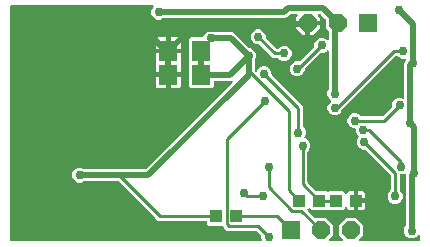
<source format=gbr>
G04 EAGLE Gerber RS-274X export*
G75*
%MOMM*%
%FSLAX34Y34*%
%LPD*%
%INBottom Copper*%
%IPPOS*%
%AMOC8*
5,1,8,0,0,1.08239X$1,22.5*%
G01*
%ADD10R,1.524000X1.524000*%
%ADD11P,1.649562X8X22.500000*%
%ADD12R,1.000000X1.100000*%
%ADD13P,1.649562X8X202.500000*%
%ADD14R,1.600000X1.800000*%
%ADD15C,0.756400*%
%ADD16C,0.254000*%
%ADD17C,0.508000*%

G36*
X222368Y10177D02*
X222368Y10177D01*
X222487Y10189D01*
X222508Y10197D01*
X222530Y10201D01*
X222638Y10249D01*
X222749Y10293D01*
X222767Y10307D01*
X222787Y10317D01*
X222877Y10394D01*
X222971Y10467D01*
X222984Y10485D01*
X223002Y10500D01*
X223067Y10600D01*
X223136Y10696D01*
X223144Y10717D01*
X223156Y10736D01*
X223191Y10849D01*
X223230Y10961D01*
X223232Y10984D01*
X223238Y11006D01*
X223240Y11124D01*
X223247Y11243D01*
X223242Y11264D01*
X223242Y11288D01*
X223192Y11467D01*
X223174Y11542D01*
X222677Y12742D01*
X222677Y14520D01*
X222664Y14615D01*
X222659Y14711D01*
X222644Y14754D01*
X222637Y14799D01*
X222598Y14886D01*
X222566Y14977D01*
X222541Y15012D01*
X222521Y15056D01*
X222438Y15153D01*
X222385Y15226D01*
X219008Y18603D01*
X218931Y18660D01*
X218860Y18725D01*
X218819Y18745D01*
X218783Y18772D01*
X218693Y18806D01*
X218606Y18848D01*
X218564Y18854D01*
X218519Y18871D01*
X218391Y18881D01*
X218302Y18895D01*
X193764Y18895D01*
X191239Y21420D01*
X189993Y22667D01*
X189916Y22724D01*
X189845Y22789D01*
X189804Y22809D01*
X189767Y22836D01*
X189677Y22870D01*
X189591Y22912D01*
X189549Y22918D01*
X189503Y22935D01*
X189376Y22945D01*
X189286Y22959D01*
X178448Y22959D01*
X176959Y24448D01*
X176959Y26190D01*
X176951Y26250D01*
X176951Y26277D01*
X176951Y26279D01*
X176951Y26318D01*
X176930Y26393D01*
X176919Y26469D01*
X176893Y26528D01*
X176876Y26590D01*
X176835Y26656D01*
X176803Y26726D01*
X176761Y26775D01*
X176728Y26830D01*
X176670Y26882D01*
X176620Y26940D01*
X176566Y26976D01*
X176518Y27019D01*
X176449Y27052D01*
X176384Y27095D01*
X176322Y27114D01*
X176265Y27142D01*
X176195Y27153D01*
X176114Y27177D01*
X176029Y27178D01*
X175960Y27189D01*
X135422Y27189D01*
X132897Y29714D01*
X101984Y60627D01*
X101907Y60684D01*
X101836Y60749D01*
X101795Y60769D01*
X101759Y60796D01*
X101669Y60830D01*
X101582Y60872D01*
X101540Y60878D01*
X101495Y60895D01*
X101367Y60905D01*
X101278Y60919D01*
X73275Y60919D01*
X73180Y60906D01*
X73084Y60901D01*
X73041Y60886D01*
X72996Y60879D01*
X72908Y60840D01*
X72817Y60808D01*
X72783Y60783D01*
X72739Y60763D01*
X72641Y60680D01*
X72593Y60645D01*
X70258Y59677D01*
X67742Y59677D01*
X65418Y60640D01*
X63640Y62418D01*
X62677Y64742D01*
X62677Y67258D01*
X63640Y69582D01*
X65418Y71360D01*
X67742Y72323D01*
X70258Y72323D01*
X72591Y71356D01*
X72645Y71316D01*
X72716Y71251D01*
X72757Y71231D01*
X72794Y71204D01*
X72884Y71170D01*
X72970Y71128D01*
X73012Y71122D01*
X73058Y71105D01*
X73185Y71095D01*
X73275Y71081D01*
X124482Y71081D01*
X124577Y71094D01*
X124673Y71099D01*
X124716Y71114D01*
X124761Y71121D01*
X124848Y71160D01*
X124939Y71192D01*
X124974Y71217D01*
X125018Y71237D01*
X125115Y71320D01*
X125188Y71373D01*
X198108Y144293D01*
X198160Y144362D01*
X198219Y144426D01*
X198244Y144475D01*
X198277Y144518D01*
X198308Y144600D01*
X198347Y144677D01*
X198357Y144731D01*
X198376Y144782D01*
X198383Y144869D01*
X198399Y144954D01*
X198394Y145009D01*
X198398Y145063D01*
X198380Y145148D01*
X198372Y145235D01*
X198352Y145286D01*
X198341Y145340D01*
X198300Y145416D01*
X198268Y145497D01*
X198234Y145540D01*
X198208Y145589D01*
X198148Y145651D01*
X198094Y145719D01*
X198050Y145751D01*
X198011Y145791D01*
X197936Y145833D01*
X197865Y145884D01*
X197814Y145903D01*
X197766Y145930D01*
X197681Y145950D01*
X197600Y145979D01*
X197545Y145982D01*
X197492Y145995D01*
X197405Y145990D01*
X197318Y145995D01*
X197269Y145983D01*
X197210Y145980D01*
X197102Y145943D01*
X197019Y145923D01*
X197011Y145919D01*
X183540Y145919D01*
X183476Y145910D01*
X183412Y145911D01*
X183337Y145890D01*
X183261Y145879D01*
X183202Y145853D01*
X183140Y145836D01*
X183074Y145795D01*
X183004Y145763D01*
X182955Y145721D01*
X182900Y145688D01*
X182848Y145630D01*
X182790Y145580D01*
X182754Y145526D01*
X182711Y145478D01*
X182678Y145409D01*
X182635Y145344D01*
X182616Y145282D01*
X182588Y145225D01*
X182577Y145155D01*
X182553Y145074D01*
X182552Y144989D01*
X182541Y144920D01*
X182541Y140948D01*
X181052Y139459D01*
X162948Y139459D01*
X161459Y140948D01*
X161459Y181052D01*
X162948Y182541D01*
X172736Y182541D01*
X172800Y182550D01*
X172864Y182549D01*
X172939Y182570D01*
X173015Y182581D01*
X173074Y182607D01*
X173136Y182624D01*
X173202Y182665D01*
X173272Y182697D01*
X173321Y182739D01*
X173376Y182772D01*
X173428Y182830D01*
X173487Y182880D01*
X173522Y182934D01*
X173565Y182982D01*
X173599Y183051D01*
X173641Y183116D01*
X173660Y183178D01*
X173688Y183235D01*
X173699Y183305D01*
X173720Y183374D01*
X174698Y185736D01*
X176476Y187514D01*
X178800Y188477D01*
X181316Y188477D01*
X183650Y187510D01*
X183703Y187470D01*
X183775Y187405D01*
X183816Y187385D01*
X183852Y187358D01*
X183942Y187324D01*
X184028Y187282D01*
X184070Y187276D01*
X184116Y187259D01*
X184243Y187249D01*
X184333Y187235D01*
X197857Y187235D01*
X199724Y186461D01*
X212570Y173615D01*
X212647Y173558D01*
X212718Y173493D01*
X212759Y173473D01*
X212795Y173446D01*
X212885Y173412D01*
X212972Y173370D01*
X213014Y173364D01*
X213059Y173347D01*
X213187Y173337D01*
X213246Y173327D01*
X215582Y172360D01*
X217360Y170582D01*
X218323Y168258D01*
X218323Y165742D01*
X217356Y163409D01*
X217316Y163355D01*
X217251Y163284D01*
X217231Y163243D01*
X217204Y163206D01*
X217170Y163116D01*
X217128Y163030D01*
X217122Y162988D01*
X217105Y162942D01*
X217095Y162815D01*
X217081Y162725D01*
X217081Y154722D01*
X217094Y154627D01*
X217099Y154531D01*
X217114Y154488D01*
X217121Y154443D01*
X217160Y154356D01*
X217192Y154265D01*
X217217Y154230D01*
X217237Y154186D01*
X217320Y154089D01*
X217374Y154016D01*
X217460Y153929D01*
X217555Y153858D01*
X217646Y153783D01*
X217667Y153774D01*
X217686Y153760D01*
X217796Y153718D01*
X217905Y153671D01*
X217928Y153668D01*
X217950Y153660D01*
X218068Y153651D01*
X218185Y153637D01*
X218208Y153640D01*
X218231Y153639D01*
X218347Y153663D01*
X218464Y153682D01*
X218484Y153692D01*
X218507Y153696D01*
X218611Y153752D01*
X218718Y153803D01*
X218736Y153818D01*
X218756Y153829D01*
X218841Y153911D01*
X218929Y153990D01*
X218941Y154009D01*
X218958Y154026D01*
X219050Y154188D01*
X219090Y154253D01*
X219640Y155582D01*
X221418Y157360D01*
X223742Y158323D01*
X226258Y158323D01*
X228582Y157360D01*
X230360Y155582D01*
X231323Y153258D01*
X231323Y151480D01*
X231336Y151385D01*
X231341Y151289D01*
X231356Y151246D01*
X231363Y151201D01*
X231402Y151114D01*
X231434Y151023D01*
X231459Y150988D01*
X231479Y150944D01*
X231562Y150847D01*
X231615Y150774D01*
X257811Y124578D01*
X257811Y107545D01*
X257824Y107450D01*
X257829Y107354D01*
X257844Y107311D01*
X257851Y107266D01*
X257890Y107178D01*
X257922Y107087D01*
X257947Y107053D01*
X257967Y107009D01*
X258050Y106911D01*
X258103Y106838D01*
X259360Y105582D01*
X260323Y103258D01*
X260323Y100742D01*
X259340Y98370D01*
X259324Y98308D01*
X259299Y98249D01*
X259289Y98172D01*
X259270Y98097D01*
X259272Y98033D01*
X259264Y97969D01*
X259277Y97893D01*
X259279Y97815D01*
X259299Y97754D01*
X259309Y97691D01*
X259343Y97621D01*
X259367Y97547D01*
X259403Y97494D01*
X259430Y97436D01*
X259482Y97378D01*
X259525Y97314D01*
X259575Y97273D01*
X259618Y97225D01*
X259678Y97189D01*
X259743Y97135D01*
X259821Y97101D01*
X259881Y97065D01*
X261582Y96360D01*
X263360Y94582D01*
X264323Y92258D01*
X264323Y89742D01*
X263360Y87418D01*
X262103Y86162D01*
X262046Y86085D01*
X261981Y86014D01*
X261961Y85973D01*
X261934Y85936D01*
X261900Y85846D01*
X261858Y85760D01*
X261852Y85718D01*
X261835Y85672D01*
X261825Y85545D01*
X261811Y85455D01*
X261811Y60192D01*
X261824Y60097D01*
X261829Y60001D01*
X261844Y59958D01*
X261851Y59913D01*
X261890Y59826D01*
X261922Y59735D01*
X261947Y59700D01*
X261967Y59656D01*
X262050Y59559D01*
X262103Y59486D01*
X268956Y52633D01*
X269033Y52576D01*
X269104Y52511D01*
X269145Y52491D01*
X269181Y52464D01*
X269271Y52430D01*
X269358Y52388D01*
X269400Y52382D01*
X269445Y52365D01*
X269573Y52355D01*
X269662Y52341D01*
X277952Y52341D01*
X278243Y52050D01*
X278295Y52011D01*
X278340Y51965D01*
X278407Y51927D01*
X278469Y51880D01*
X278529Y51858D01*
X278585Y51826D01*
X278660Y51808D01*
X278733Y51781D01*
X278797Y51776D01*
X278859Y51761D01*
X278937Y51765D01*
X279014Y51759D01*
X279077Y51772D01*
X279141Y51775D01*
X279214Y51801D01*
X279290Y51817D01*
X279347Y51847D01*
X279408Y51868D01*
X279464Y51909D01*
X279539Y51949D01*
X279600Y52008D01*
X279657Y52050D01*
X279948Y52341D01*
X292052Y52341D01*
X293541Y50852D01*
X293541Y50564D01*
X293542Y50554D01*
X293541Y50543D01*
X293562Y50414D01*
X293581Y50285D01*
X293585Y50275D01*
X293587Y50265D01*
X293643Y50147D01*
X293697Y50028D01*
X293704Y50020D01*
X293708Y50010D01*
X293795Y49913D01*
X293880Y49814D01*
X293889Y49808D01*
X293896Y49800D01*
X294007Y49731D01*
X294116Y49659D01*
X294126Y49656D01*
X294136Y49651D01*
X294261Y49615D01*
X294386Y49577D01*
X294397Y49577D01*
X294407Y49574D01*
X294538Y49575D01*
X294668Y49573D01*
X294678Y49576D01*
X294689Y49576D01*
X294814Y49614D01*
X294940Y49649D01*
X294949Y49654D01*
X294959Y49657D01*
X295069Y49728D01*
X295180Y49797D01*
X295187Y49805D01*
X295196Y49811D01*
X295282Y49910D01*
X295369Y50006D01*
X295373Y50016D01*
X295380Y50024D01*
X295413Y50098D01*
X295492Y50260D01*
X295495Y50284D01*
X295505Y50306D01*
X295632Y50781D01*
X295967Y51360D01*
X296440Y51833D01*
X297019Y52168D01*
X297665Y52341D01*
X301001Y52341D01*
X301001Y45300D01*
X301010Y45236D01*
X301009Y45172D01*
X301030Y45098D01*
X301041Y45021D01*
X301067Y44962D01*
X301084Y44900D01*
X301125Y44834D01*
X301157Y44764D01*
X301199Y44715D01*
X301232Y44660D01*
X301290Y44609D01*
X301340Y44550D01*
X301394Y44514D01*
X301442Y44471D01*
X301511Y44438D01*
X301576Y44395D01*
X301638Y44376D01*
X301695Y44348D01*
X301765Y44338D01*
X301846Y44313D01*
X301931Y44312D01*
X302000Y44301D01*
X303001Y44301D01*
X303001Y44299D01*
X302000Y44299D01*
X301936Y44290D01*
X301872Y44291D01*
X301797Y44270D01*
X301721Y44259D01*
X301662Y44233D01*
X301600Y44216D01*
X301534Y44175D01*
X301464Y44143D01*
X301415Y44101D01*
X301360Y44068D01*
X301308Y44010D01*
X301250Y43960D01*
X301214Y43906D01*
X301171Y43858D01*
X301138Y43789D01*
X301095Y43724D01*
X301076Y43662D01*
X301048Y43604D01*
X301038Y43535D01*
X301013Y43454D01*
X301012Y43369D01*
X301001Y43300D01*
X301001Y36259D01*
X297665Y36259D01*
X297019Y36432D01*
X296440Y36767D01*
X295967Y37240D01*
X295632Y37819D01*
X295505Y38294D01*
X295501Y38304D01*
X295499Y38315D01*
X295446Y38434D01*
X295394Y38554D01*
X295388Y38562D01*
X295383Y38572D01*
X295298Y38671D01*
X295216Y38772D01*
X295207Y38778D01*
X295200Y38786D01*
X295091Y38857D01*
X294983Y38931D01*
X294973Y38935D01*
X294964Y38941D01*
X294839Y38979D01*
X294715Y39019D01*
X294704Y39020D01*
X294694Y39023D01*
X294563Y39025D01*
X294433Y39029D01*
X294423Y39026D01*
X294412Y39027D01*
X294286Y38992D01*
X294160Y38960D01*
X294151Y38954D01*
X294140Y38951D01*
X294029Y38883D01*
X293917Y38817D01*
X293910Y38809D01*
X293900Y38803D01*
X293813Y38706D01*
X293723Y38612D01*
X293719Y38602D01*
X293711Y38594D01*
X293655Y38477D01*
X293595Y38361D01*
X293593Y38350D01*
X293588Y38340D01*
X293576Y38261D01*
X293542Y38084D01*
X293544Y38060D01*
X293541Y38036D01*
X293541Y37748D01*
X292052Y36259D01*
X279948Y36259D01*
X279657Y36550D01*
X279605Y36589D01*
X279560Y36635D01*
X279493Y36673D01*
X279431Y36720D01*
X279371Y36742D01*
X279315Y36774D01*
X279240Y36792D01*
X279167Y36819D01*
X279103Y36824D01*
X279040Y36839D01*
X278963Y36835D01*
X278886Y36841D01*
X278823Y36828D01*
X278759Y36824D01*
X278686Y36799D01*
X278610Y36783D01*
X278553Y36753D01*
X278492Y36732D01*
X278436Y36691D01*
X278361Y36651D01*
X278300Y36592D01*
X278243Y36550D01*
X277952Y36259D01*
X265848Y36259D01*
X264107Y38000D01*
X264055Y38039D01*
X264010Y38085D01*
X263943Y38123D01*
X263881Y38170D01*
X263821Y38192D01*
X263765Y38224D01*
X263690Y38242D01*
X263617Y38269D01*
X263553Y38274D01*
X263491Y38289D01*
X263413Y38285D01*
X263336Y38291D01*
X263273Y38278D01*
X263209Y38275D01*
X263136Y38249D01*
X263060Y38233D01*
X263003Y38203D01*
X262942Y38182D01*
X262886Y38141D01*
X262811Y38101D01*
X262750Y38042D01*
X262693Y38000D01*
X261998Y37305D01*
X261959Y37253D01*
X261913Y37208D01*
X261875Y37141D01*
X261828Y37079D01*
X261806Y37019D01*
X261774Y36963D01*
X261756Y36888D01*
X261729Y36815D01*
X261724Y36751D01*
X261709Y36689D01*
X261713Y36611D01*
X261707Y36534D01*
X261720Y36471D01*
X261723Y36407D01*
X261749Y36334D01*
X261765Y36258D01*
X261795Y36201D01*
X261816Y36140D01*
X261857Y36084D01*
X261897Y36009D01*
X261956Y35948D01*
X261998Y35891D01*
X268036Y29853D01*
X268113Y29796D01*
X268184Y29731D01*
X268225Y29711D01*
X268261Y29684D01*
X268351Y29650D01*
X268438Y29608D01*
X268480Y29602D01*
X268525Y29585D01*
X268653Y29575D01*
X268742Y29561D01*
X277309Y29561D01*
X283261Y23609D01*
X283261Y15191D01*
X279936Y11867D01*
X279917Y11841D01*
X279892Y11820D01*
X279832Y11728D01*
X279767Y11641D01*
X279755Y11611D01*
X279738Y11584D01*
X279706Y11479D01*
X279667Y11377D01*
X279665Y11345D01*
X279655Y11314D01*
X279654Y11205D01*
X279645Y11096D01*
X279652Y11064D01*
X279652Y11032D01*
X279681Y10927D01*
X279703Y10820D01*
X279718Y10791D01*
X279727Y10760D01*
X279784Y10667D01*
X279835Y10571D01*
X279858Y10548D01*
X279875Y10520D01*
X279956Y10447D01*
X280032Y10369D01*
X280060Y10353D01*
X280084Y10331D01*
X280182Y10284D01*
X280278Y10230D01*
X280309Y10222D01*
X280338Y10208D01*
X280427Y10194D01*
X280552Y10165D01*
X280601Y10167D01*
X280643Y10161D01*
X290957Y10161D01*
X290989Y10165D01*
X291022Y10163D01*
X291128Y10185D01*
X291237Y10201D01*
X291266Y10214D01*
X291298Y10220D01*
X291394Y10272D01*
X291494Y10317D01*
X291518Y10338D01*
X291547Y10353D01*
X291625Y10429D01*
X291708Y10500D01*
X291726Y10527D01*
X291749Y10550D01*
X291802Y10645D01*
X291862Y10736D01*
X291872Y10767D01*
X291888Y10795D01*
X291913Y10901D01*
X291945Y11006D01*
X291945Y11038D01*
X291953Y11069D01*
X291947Y11179D01*
X291948Y11288D01*
X291940Y11319D01*
X291938Y11351D01*
X291902Y11454D01*
X291873Y11560D01*
X291856Y11587D01*
X291846Y11618D01*
X291792Y11691D01*
X291725Y11800D01*
X291689Y11832D01*
X291664Y11867D01*
X288339Y15191D01*
X288339Y23609D01*
X294291Y29561D01*
X302709Y29561D01*
X308661Y23609D01*
X308661Y15191D01*
X305336Y11867D01*
X305317Y11841D01*
X305292Y11820D01*
X305232Y11728D01*
X305167Y11641D01*
X305155Y11611D01*
X305138Y11584D01*
X305106Y11479D01*
X305067Y11377D01*
X305065Y11345D01*
X305055Y11314D01*
X305054Y11205D01*
X305045Y11096D01*
X305052Y11064D01*
X305052Y11032D01*
X305081Y10927D01*
X305103Y10820D01*
X305118Y10791D01*
X305127Y10760D01*
X305184Y10667D01*
X305235Y10571D01*
X305258Y10548D01*
X305275Y10520D01*
X305356Y10447D01*
X305432Y10369D01*
X305460Y10353D01*
X305484Y10331D01*
X305582Y10284D01*
X305678Y10230D01*
X305709Y10222D01*
X305738Y10208D01*
X305827Y10194D01*
X305952Y10165D01*
X306001Y10167D01*
X306043Y10161D01*
X356040Y10161D01*
X356104Y10170D01*
X356168Y10169D01*
X356243Y10190D01*
X356319Y10201D01*
X356378Y10227D01*
X356440Y10244D01*
X356506Y10285D01*
X356576Y10317D01*
X356625Y10359D01*
X356680Y10392D01*
X356732Y10450D01*
X356790Y10500D01*
X356826Y10554D01*
X356869Y10602D01*
X356902Y10671D01*
X356945Y10736D01*
X356964Y10798D01*
X356992Y10855D01*
X357003Y10925D01*
X357027Y11006D01*
X357028Y11091D01*
X357039Y11160D01*
X357039Y14685D01*
X357035Y14717D01*
X357037Y14749D01*
X357015Y14856D01*
X356999Y14964D01*
X356986Y14994D01*
X356980Y15025D01*
X356928Y15122D01*
X356883Y15221D01*
X356862Y15246D01*
X356847Y15274D01*
X356771Y15353D01*
X356700Y15436D01*
X356673Y15453D01*
X356650Y15476D01*
X356555Y15530D01*
X356464Y15590D01*
X356433Y15600D01*
X356405Y15615D01*
X356299Y15641D01*
X356194Y15672D01*
X356162Y15673D01*
X356131Y15680D01*
X356021Y15675D01*
X355912Y15676D01*
X355881Y15668D01*
X355849Y15666D01*
X355746Y15630D01*
X355640Y15601D01*
X355613Y15584D01*
X355582Y15574D01*
X355509Y15520D01*
X355400Y15453D01*
X355368Y15417D01*
X355333Y15392D01*
X353582Y13640D01*
X351258Y12677D01*
X348742Y12677D01*
X346418Y13640D01*
X344640Y15418D01*
X343677Y17742D01*
X343677Y20258D01*
X344644Y22591D01*
X344684Y22645D01*
X344749Y22716D01*
X344769Y22757D01*
X344796Y22794D01*
X344830Y22884D01*
X344872Y22970D01*
X344878Y23012D01*
X344895Y23058D01*
X344905Y23185D01*
X344919Y23275D01*
X344919Y66284D01*
X344903Y66402D01*
X344891Y66520D01*
X344883Y66541D01*
X344879Y66563D01*
X344831Y66671D01*
X344787Y66782D01*
X344773Y66800D01*
X344763Y66820D01*
X344686Y66910D01*
X344613Y67004D01*
X344595Y67017D01*
X344580Y67035D01*
X344480Y67100D01*
X344384Y67169D01*
X344363Y67177D01*
X344344Y67189D01*
X344230Y67224D01*
X344119Y67264D01*
X344096Y67265D01*
X344074Y67272D01*
X343956Y67273D01*
X343837Y67280D01*
X343816Y67275D01*
X343792Y67275D01*
X343613Y67226D01*
X343538Y67207D01*
X342258Y66677D01*
X340810Y66677D01*
X340746Y66668D01*
X340682Y66669D01*
X340607Y66648D01*
X340531Y66637D01*
X340472Y66611D01*
X340410Y66594D01*
X340344Y66553D01*
X340274Y66521D01*
X340225Y66479D01*
X340170Y66446D01*
X340118Y66388D01*
X340060Y66338D01*
X340024Y66284D01*
X339981Y66236D01*
X339948Y66167D01*
X339905Y66102D01*
X339886Y66040D01*
X339858Y65983D01*
X339847Y65913D01*
X339823Y65832D01*
X339822Y65747D01*
X339811Y65678D01*
X339811Y53545D01*
X339824Y53450D01*
X339829Y53354D01*
X339844Y53311D01*
X339851Y53266D01*
X339890Y53178D01*
X339922Y53087D01*
X339947Y53053D01*
X339967Y53009D01*
X340050Y52911D01*
X340103Y52838D01*
X341360Y51582D01*
X342323Y49258D01*
X342323Y46742D01*
X341360Y44418D01*
X339582Y42640D01*
X337258Y41677D01*
X334742Y41677D01*
X332418Y42640D01*
X330640Y44418D01*
X329677Y46742D01*
X329677Y49258D01*
X330640Y51582D01*
X331897Y52838D01*
X331954Y52915D01*
X332019Y52986D01*
X332039Y53027D01*
X332066Y53064D01*
X332100Y53154D01*
X332142Y53240D01*
X332148Y53282D01*
X332165Y53328D01*
X332175Y53455D01*
X332189Y53545D01*
X332189Y66008D01*
X332176Y66103D01*
X332171Y66199D01*
X332156Y66242D01*
X332149Y66287D01*
X332110Y66374D01*
X332078Y66465D01*
X332053Y66500D01*
X332033Y66544D01*
X331950Y66641D01*
X331897Y66714D01*
X311226Y87385D01*
X311149Y87442D01*
X311078Y87507D01*
X311037Y87527D01*
X311001Y87554D01*
X310911Y87588D01*
X310824Y87630D01*
X310782Y87636D01*
X310737Y87653D01*
X310609Y87663D01*
X310520Y87677D01*
X308742Y87677D01*
X306418Y88640D01*
X304640Y90418D01*
X303677Y92742D01*
X303677Y95258D01*
X304640Y97582D01*
X304852Y97793D01*
X304890Y97845D01*
X304936Y97890D01*
X304975Y97957D01*
X305021Y98019D01*
X305044Y98079D01*
X305075Y98135D01*
X305093Y98210D01*
X305121Y98283D01*
X305126Y98347D01*
X305140Y98410D01*
X305136Y98487D01*
X305142Y98564D01*
X305129Y98627D01*
X305126Y98691D01*
X305101Y98764D01*
X305085Y98840D01*
X305055Y98897D01*
X305033Y98958D01*
X304992Y99014D01*
X304952Y99089D01*
X304893Y99150D01*
X304852Y99207D01*
X303640Y100418D01*
X302677Y102742D01*
X302677Y104678D01*
X302668Y104742D01*
X302669Y104806D01*
X302648Y104881D01*
X302637Y104957D01*
X302611Y105016D01*
X302594Y105078D01*
X302553Y105144D01*
X302521Y105214D01*
X302479Y105263D01*
X302446Y105318D01*
X302388Y105370D01*
X302338Y105428D01*
X302284Y105464D01*
X302236Y105507D01*
X302167Y105540D01*
X302102Y105583D01*
X302040Y105602D01*
X301983Y105630D01*
X301913Y105641D01*
X301832Y105665D01*
X301747Y105666D01*
X301678Y105677D01*
X300742Y105677D01*
X298418Y106640D01*
X296640Y108418D01*
X295677Y110742D01*
X295677Y113258D01*
X296640Y115582D01*
X298418Y117360D01*
X300742Y118323D01*
X303258Y118323D01*
X305582Y117360D01*
X306838Y116103D01*
X306915Y116046D01*
X306986Y115981D01*
X307027Y115961D01*
X307064Y115934D01*
X307154Y115900D01*
X307240Y115858D01*
X307282Y115852D01*
X307328Y115835D01*
X307455Y115825D01*
X307545Y115811D01*
X325008Y115811D01*
X325103Y115824D01*
X325199Y115829D01*
X325242Y115844D01*
X325287Y115851D01*
X325374Y115890D01*
X325465Y115922D01*
X325500Y115947D01*
X325544Y115967D01*
X325641Y116050D01*
X325714Y116103D01*
X333385Y123774D01*
X333442Y123851D01*
X333507Y123922D01*
X333527Y123963D01*
X333554Y123999D01*
X333588Y124089D01*
X333630Y124176D01*
X333636Y124218D01*
X333653Y124263D01*
X333663Y124391D01*
X333677Y124480D01*
X333677Y126258D01*
X334640Y128582D01*
X336418Y130360D01*
X338742Y131323D01*
X341258Y131323D01*
X342538Y130793D01*
X342652Y130763D01*
X342766Y130728D01*
X342789Y130728D01*
X342811Y130722D01*
X342929Y130726D01*
X343048Y130725D01*
X343070Y130731D01*
X343093Y130732D01*
X343205Y130768D01*
X343320Y130800D01*
X343339Y130812D01*
X343361Y130819D01*
X343459Y130886D01*
X343560Y130948D01*
X343575Y130965D01*
X343594Y130978D01*
X343669Y131069D01*
X343749Y131157D01*
X343759Y131178D01*
X343773Y131196D01*
X343820Y131305D01*
X343872Y131411D01*
X343875Y131432D01*
X343885Y131455D01*
X343907Y131639D01*
X343919Y131716D01*
X343919Y160011D01*
X344601Y161657D01*
X344612Y161697D01*
X344630Y161735D01*
X344643Y161819D01*
X344665Y161893D01*
X344665Y161908D01*
X344671Y161930D01*
X344669Y161989D01*
X344677Y162039D01*
X344677Y162258D01*
X345107Y163296D01*
X345137Y163410D01*
X345171Y163524D01*
X345172Y163547D01*
X345177Y163569D01*
X345173Y163687D01*
X345175Y163806D01*
X345169Y163828D01*
X345168Y163851D01*
X345132Y163963D01*
X345100Y164078D01*
X345088Y164097D01*
X345081Y164119D01*
X345014Y164217D01*
X344952Y164318D01*
X344935Y164333D01*
X344922Y164352D01*
X344830Y164427D01*
X344742Y164507D01*
X344722Y164517D01*
X344704Y164531D01*
X344595Y164578D01*
X344489Y164630D01*
X344467Y164633D01*
X344445Y164643D01*
X344260Y164665D01*
X344184Y164677D01*
X341742Y164677D01*
X339418Y165640D01*
X338162Y166897D01*
X338085Y166954D01*
X338014Y167019D01*
X337973Y167039D01*
X337936Y167066D01*
X337846Y167100D01*
X337760Y167142D01*
X337718Y167148D01*
X337672Y167165D01*
X337545Y167175D01*
X337455Y167189D01*
X336992Y167189D01*
X336897Y167176D01*
X336801Y167171D01*
X336758Y167156D01*
X336713Y167149D01*
X336626Y167110D01*
X336535Y167078D01*
X336500Y167053D01*
X336456Y167033D01*
X336359Y166950D01*
X336286Y166897D01*
X291599Y122209D01*
X291574Y122176D01*
X291542Y122148D01*
X291498Y122075D01*
X291429Y121984D01*
X291408Y121929D01*
X291382Y121885D01*
X290360Y119418D01*
X288582Y117640D01*
X286258Y116677D01*
X283742Y116677D01*
X281418Y117640D01*
X279640Y119418D01*
X278677Y121742D01*
X278677Y124258D01*
X279640Y126582D01*
X281352Y128293D01*
X281390Y128345D01*
X281436Y128390D01*
X281475Y128457D01*
X281521Y128519D01*
X281544Y128579D01*
X281575Y128635D01*
X281593Y128710D01*
X281621Y128783D01*
X281626Y128847D01*
X281640Y128910D01*
X281636Y128987D01*
X281642Y129064D01*
X281629Y129127D01*
X281626Y129191D01*
X281601Y129264D01*
X281585Y129340D01*
X281555Y129397D01*
X281533Y129458D01*
X281492Y129514D01*
X281452Y129589D01*
X281393Y129650D01*
X281352Y129707D01*
X279640Y131418D01*
X278677Y133742D01*
X278677Y136258D01*
X279644Y138591D01*
X279684Y138645D01*
X279749Y138716D01*
X279769Y138757D01*
X279796Y138794D01*
X279830Y138884D01*
X279872Y138970D01*
X279878Y139012D01*
X279895Y139058D01*
X279905Y139185D01*
X279919Y139275D01*
X279919Y170565D01*
X279915Y170597D01*
X279917Y170629D01*
X279895Y170736D01*
X279879Y170844D01*
X279866Y170874D01*
X279860Y170905D01*
X279808Y171002D01*
X279763Y171101D01*
X279742Y171126D01*
X279727Y171154D01*
X279651Y171233D01*
X279580Y171316D01*
X279553Y171333D01*
X279530Y171356D01*
X279435Y171410D01*
X279344Y171470D01*
X279313Y171480D01*
X279285Y171495D01*
X279179Y171521D01*
X279074Y171552D01*
X279042Y171553D01*
X279011Y171560D01*
X278901Y171555D01*
X278792Y171556D01*
X278761Y171548D01*
X278729Y171546D01*
X278626Y171510D01*
X278520Y171481D01*
X278493Y171464D01*
X278462Y171454D01*
X278389Y171400D01*
X278280Y171333D01*
X278248Y171297D01*
X278213Y171272D01*
X277582Y170640D01*
X275258Y169677D01*
X273480Y169677D01*
X273385Y169664D01*
X273289Y169659D01*
X273246Y169644D01*
X273201Y169637D01*
X273114Y169598D01*
X273023Y169566D01*
X272988Y169541D01*
X272944Y169521D01*
X272847Y169438D01*
X272774Y169385D01*
X259615Y156226D01*
X259558Y156149D01*
X259493Y156078D01*
X259473Y156037D01*
X259446Y156001D01*
X259412Y155911D01*
X259370Y155824D01*
X259364Y155782D01*
X259347Y155737D01*
X259337Y155609D01*
X259323Y155520D01*
X259323Y154742D01*
X258360Y152418D01*
X256582Y150640D01*
X254258Y149677D01*
X251742Y149677D01*
X249418Y150640D01*
X247640Y152418D01*
X246677Y154742D01*
X246677Y157258D01*
X247640Y159582D01*
X249418Y161360D01*
X251742Y162323D01*
X254343Y162323D01*
X254392Y162310D01*
X254401Y162311D01*
X254411Y162308D01*
X254543Y162315D01*
X254673Y162319D01*
X254683Y162322D01*
X254692Y162323D01*
X254817Y162366D01*
X254942Y162407D01*
X254950Y162412D01*
X254959Y162415D01*
X255021Y162461D01*
X255175Y162565D01*
X255190Y162584D01*
X255208Y162597D01*
X267385Y174774D01*
X267442Y174851D01*
X267507Y174922D01*
X267527Y174963D01*
X267554Y174999D01*
X267588Y175089D01*
X267630Y175176D01*
X267636Y175218D01*
X267653Y175263D01*
X267663Y175391D01*
X267677Y175480D01*
X267677Y177258D01*
X268640Y179582D01*
X270418Y181360D01*
X272742Y182323D01*
X275258Y182323D01*
X277582Y181360D01*
X278213Y180728D01*
X278239Y180709D01*
X278260Y180684D01*
X278352Y180624D01*
X278439Y180559D01*
X278469Y180548D01*
X278496Y180530D01*
X278601Y180498D01*
X278703Y180459D01*
X278735Y180457D01*
X278766Y180448D01*
X278875Y180446D01*
X278984Y180438D01*
X279016Y180444D01*
X279048Y180444D01*
X279153Y180473D01*
X279260Y180495D01*
X279289Y180510D01*
X279320Y180519D01*
X279413Y180576D01*
X279509Y180628D01*
X279532Y180650D01*
X279560Y180667D01*
X279633Y180748D01*
X279711Y180824D01*
X279727Y180852D01*
X279749Y180876D01*
X279796Y180975D01*
X279850Y181070D01*
X279858Y181101D01*
X279872Y181130D01*
X279886Y181220D01*
X279915Y181344D01*
X279913Y181393D01*
X279919Y181435D01*
X279919Y187497D01*
X279906Y187592D01*
X279901Y187689D01*
X279886Y187732D01*
X279879Y187777D01*
X279840Y187864D01*
X279808Y187955D01*
X279783Y187989D01*
X279763Y188034D01*
X279680Y188131D01*
X279627Y188204D01*
X277239Y190591D01*
X277239Y197362D01*
X277226Y197457D01*
X277221Y197553D01*
X277206Y197596D01*
X277199Y197641D01*
X277160Y197728D01*
X277128Y197819D01*
X277103Y197854D01*
X277083Y197898D01*
X277000Y197995D01*
X276947Y198068D01*
X273088Y201927D01*
X273011Y201984D01*
X272940Y202049D01*
X272899Y202069D01*
X272863Y202096D01*
X272773Y202130D01*
X272686Y202172D01*
X272644Y202178D01*
X272599Y202195D01*
X272471Y202205D01*
X272382Y202219D01*
X271363Y202219D01*
X271331Y202215D01*
X271298Y202217D01*
X271192Y202195D01*
X271083Y202179D01*
X271054Y202166D01*
X271022Y202160D01*
X270926Y202108D01*
X270826Y202063D01*
X270802Y202042D01*
X270773Y202027D01*
X270695Y201951D01*
X270612Y201880D01*
X270594Y201853D01*
X270571Y201830D01*
X270518Y201735D01*
X270458Y201644D01*
X270448Y201613D01*
X270432Y201585D01*
X270407Y201479D01*
X270375Y201374D01*
X270375Y201342D01*
X270367Y201311D01*
X270373Y201201D01*
X270372Y201092D01*
X270380Y201061D01*
X270382Y201029D01*
X270418Y200926D01*
X270447Y200820D01*
X270464Y200793D01*
X270474Y200762D01*
X270528Y200689D01*
X270595Y200580D01*
X270631Y200548D01*
X270656Y200513D01*
X272161Y199009D01*
X272161Y196799D01*
X263000Y196799D01*
X262937Y196790D01*
X262872Y196791D01*
X262798Y196770D01*
X262721Y196759D01*
X262662Y196733D01*
X262600Y196716D01*
X262534Y196675D01*
X262464Y196643D01*
X262415Y196601D01*
X262360Y196568D01*
X262309Y196510D01*
X262250Y196460D01*
X262214Y196406D01*
X262171Y196358D01*
X262138Y196289D01*
X262095Y196224D01*
X262076Y196162D01*
X262048Y196105D01*
X262038Y196035D01*
X262013Y195954D01*
X262012Y195869D01*
X262001Y195800D01*
X262001Y194799D01*
X261999Y194799D01*
X261999Y195800D01*
X261990Y195864D01*
X261991Y195928D01*
X261970Y196003D01*
X261959Y196079D01*
X261933Y196138D01*
X261916Y196200D01*
X261875Y196266D01*
X261843Y196336D01*
X261801Y196385D01*
X261768Y196440D01*
X261710Y196492D01*
X261660Y196550D01*
X261606Y196586D01*
X261558Y196629D01*
X261489Y196662D01*
X261424Y196705D01*
X261362Y196724D01*
X261304Y196752D01*
X261235Y196762D01*
X261154Y196787D01*
X261069Y196788D01*
X261000Y196799D01*
X251839Y196799D01*
X251839Y199009D01*
X253344Y200513D01*
X253363Y200539D01*
X253388Y200560D01*
X253448Y200652D01*
X253513Y200739D01*
X253525Y200769D01*
X253542Y200796D01*
X253574Y200901D01*
X253613Y201003D01*
X253615Y201035D01*
X253625Y201066D01*
X253626Y201175D01*
X253635Y201284D01*
X253628Y201316D01*
X253628Y201348D01*
X253599Y201453D01*
X253577Y201560D01*
X253562Y201589D01*
X253553Y201620D01*
X253496Y201713D01*
X253445Y201809D01*
X253422Y201832D01*
X253405Y201860D01*
X253324Y201933D01*
X253248Y202011D01*
X253220Y202027D01*
X253196Y202049D01*
X253098Y202096D01*
X253002Y202150D01*
X252971Y202158D01*
X252942Y202172D01*
X252853Y202186D01*
X252728Y202215D01*
X252679Y202213D01*
X252637Y202219D01*
X247818Y202219D01*
X247723Y202206D01*
X247627Y202201D01*
X247584Y202186D01*
X247539Y202179D01*
X247452Y202140D01*
X247361Y202108D01*
X247326Y202083D01*
X247282Y202063D01*
X247185Y201980D01*
X247112Y201927D01*
X244878Y199693D01*
X243011Y198919D01*
X140275Y198919D01*
X140180Y198906D01*
X140084Y198901D01*
X140041Y198886D01*
X139996Y198879D01*
X139908Y198840D01*
X139817Y198808D01*
X139783Y198783D01*
X139739Y198763D01*
X139641Y198680D01*
X139593Y198645D01*
X137258Y197677D01*
X134742Y197677D01*
X132418Y198640D01*
X130640Y200418D01*
X129677Y202742D01*
X129677Y205258D01*
X130640Y207582D01*
X131192Y208133D01*
X131211Y208159D01*
X131236Y208180D01*
X131296Y208272D01*
X131361Y208359D01*
X131372Y208389D01*
X131390Y208416D01*
X131422Y208521D01*
X131461Y208623D01*
X131463Y208655D01*
X131472Y208686D01*
X131474Y208795D01*
X131482Y208904D01*
X131476Y208936D01*
X131476Y208968D01*
X131447Y209073D01*
X131425Y209180D01*
X131410Y209209D01*
X131401Y209240D01*
X131344Y209333D01*
X131292Y209429D01*
X131270Y209452D01*
X131253Y209480D01*
X131172Y209553D01*
X131096Y209631D01*
X131068Y209647D01*
X131044Y209669D01*
X130945Y209716D01*
X130850Y209770D01*
X130819Y209778D01*
X130790Y209792D01*
X130700Y209806D01*
X130576Y209835D01*
X130527Y209833D01*
X130485Y209839D01*
X11160Y209839D01*
X11096Y209830D01*
X11032Y209831D01*
X10957Y209810D01*
X10881Y209799D01*
X10822Y209773D01*
X10760Y209756D01*
X10694Y209715D01*
X10624Y209683D01*
X10575Y209641D01*
X10520Y209608D01*
X10468Y209550D01*
X10410Y209500D01*
X10374Y209446D01*
X10331Y209398D01*
X10298Y209329D01*
X10255Y209264D01*
X10236Y209202D01*
X10208Y209145D01*
X10197Y209075D01*
X10173Y208994D01*
X10172Y208909D01*
X10161Y208840D01*
X10161Y11160D01*
X10170Y11096D01*
X10169Y11032D01*
X10190Y10957D01*
X10201Y10881D01*
X10227Y10822D01*
X10244Y10760D01*
X10285Y10694D01*
X10317Y10624D01*
X10359Y10575D01*
X10392Y10520D01*
X10450Y10468D01*
X10500Y10410D01*
X10554Y10374D01*
X10602Y10331D01*
X10671Y10298D01*
X10736Y10255D01*
X10798Y10236D01*
X10855Y10208D01*
X10925Y10197D01*
X11006Y10173D01*
X11091Y10172D01*
X11160Y10161D01*
X222251Y10161D01*
X222368Y10177D01*
G37*
%LPC*%
G36*
X240742Y162677D02*
X240742Y162677D01*
X238418Y163640D01*
X237162Y164897D01*
X237085Y164954D01*
X237014Y165019D01*
X236973Y165039D01*
X236936Y165066D01*
X236846Y165100D01*
X236760Y165142D01*
X236718Y165148D01*
X236672Y165165D01*
X236545Y165175D01*
X236455Y165189D01*
X232422Y165189D01*
X221226Y176385D01*
X221149Y176442D01*
X221078Y176507D01*
X221037Y176527D01*
X221001Y176554D01*
X220911Y176588D01*
X220824Y176630D01*
X220782Y176636D01*
X220737Y176653D01*
X220609Y176663D01*
X220520Y176677D01*
X218742Y176677D01*
X216418Y177640D01*
X214640Y179418D01*
X213677Y181742D01*
X213677Y184258D01*
X214640Y186582D01*
X216418Y188360D01*
X218742Y189323D01*
X221258Y189323D01*
X223582Y188360D01*
X225360Y186582D01*
X226323Y184258D01*
X226323Y182480D01*
X226336Y182385D01*
X226341Y182289D01*
X226356Y182246D01*
X226363Y182201D01*
X226402Y182114D01*
X226434Y182023D01*
X226459Y181988D01*
X226479Y181944D01*
X226562Y181847D01*
X226615Y181774D01*
X235286Y173103D01*
X235363Y173046D01*
X235434Y172981D01*
X235475Y172961D01*
X235511Y172934D01*
X235601Y172900D01*
X235688Y172858D01*
X235730Y172852D01*
X235775Y172835D01*
X235903Y172825D01*
X235992Y172811D01*
X236455Y172811D01*
X236550Y172824D01*
X236646Y172829D01*
X236689Y172844D01*
X236734Y172851D01*
X236822Y172890D01*
X236913Y172922D01*
X236947Y172947D01*
X236991Y172967D01*
X237089Y173050D01*
X237162Y173103D01*
X238418Y174360D01*
X240742Y175323D01*
X243258Y175323D01*
X245582Y174360D01*
X247360Y172582D01*
X248323Y170258D01*
X248323Y167742D01*
X247360Y165418D01*
X245582Y163640D01*
X243258Y162677D01*
X240742Y162677D01*
G37*
%LPD*%
%LPC*%
G36*
X145999Y152999D02*
X145999Y152999D01*
X145999Y169001D01*
X154541Y169001D01*
X154541Y161666D01*
X154432Y161259D01*
X154426Y161215D01*
X154422Y161202D01*
X154422Y161179D01*
X154419Y161153D01*
X154399Y161048D01*
X154402Y161015D01*
X154398Y160979D01*
X154422Y160832D01*
X154432Y160741D01*
X154541Y160334D01*
X154541Y152999D01*
X145999Y152999D01*
G37*
%LPD*%
%LPC*%
G36*
X133459Y152999D02*
X133459Y152999D01*
X133459Y160334D01*
X133568Y160741D01*
X133581Y160847D01*
X133601Y160952D01*
X133598Y160985D01*
X133602Y161021D01*
X133581Y161150D01*
X133581Y161175D01*
X133575Y161200D01*
X133568Y161259D01*
X133459Y161666D01*
X133459Y169001D01*
X142001Y169001D01*
X142001Y152999D01*
X133459Y152999D01*
G37*
%LPD*%
%LPC*%
G36*
X145999Y172999D02*
X145999Y172999D01*
X145999Y182541D01*
X152335Y182541D01*
X152981Y182368D01*
X153560Y182033D01*
X154033Y181560D01*
X154368Y180981D01*
X154541Y180335D01*
X154541Y172999D01*
X145999Y172999D01*
G37*
%LPD*%
%LPC*%
G36*
X145999Y139459D02*
X145999Y139459D01*
X145999Y149001D01*
X154541Y149001D01*
X154541Y141665D01*
X154368Y141019D01*
X154033Y140440D01*
X153560Y139967D01*
X152981Y139632D01*
X152335Y139459D01*
X145999Y139459D01*
G37*
%LPD*%
%LPC*%
G36*
X133459Y172999D02*
X133459Y172999D01*
X133459Y180335D01*
X133632Y180981D01*
X133967Y181560D01*
X134440Y182033D01*
X135019Y182368D01*
X135665Y182541D01*
X142001Y182541D01*
X142001Y172999D01*
X133459Y172999D01*
G37*
%LPD*%
%LPC*%
G36*
X135665Y139459D02*
X135665Y139459D01*
X135019Y139632D01*
X134440Y139967D01*
X133967Y140440D01*
X133632Y141019D01*
X133459Y141665D01*
X133459Y149001D01*
X142001Y149001D01*
X142001Y139459D01*
X135665Y139459D01*
G37*
%LPD*%
%LPC*%
G36*
X263999Y184639D02*
X263999Y184639D01*
X263999Y192801D01*
X272161Y192801D01*
X272161Y190591D01*
X266209Y184639D01*
X263999Y184639D01*
G37*
%LPD*%
%LPC*%
G36*
X257791Y184639D02*
X257791Y184639D01*
X251839Y190591D01*
X251839Y192801D01*
X260001Y192801D01*
X260001Y184639D01*
X257791Y184639D01*
G37*
%LPD*%
%LPC*%
G36*
X304999Y46299D02*
X304999Y46299D01*
X304999Y52341D01*
X308335Y52341D01*
X308981Y52168D01*
X309560Y51833D01*
X310033Y51360D01*
X310368Y50781D01*
X310541Y50135D01*
X310541Y46299D01*
X304999Y46299D01*
G37*
%LPD*%
%LPC*%
G36*
X304999Y36259D02*
X304999Y36259D01*
X304999Y42301D01*
X310541Y42301D01*
X310541Y38465D01*
X310368Y37819D01*
X310033Y37240D01*
X309560Y36767D01*
X308981Y36432D01*
X308335Y36259D01*
X304999Y36259D01*
G37*
%LPD*%
%LPC*%
G36*
X143999Y170999D02*
X143999Y170999D01*
X143999Y171001D01*
X144001Y171001D01*
X144001Y170999D01*
X143999Y170999D01*
G37*
%LPD*%
%LPC*%
G36*
X143999Y150999D02*
X143999Y150999D01*
X143999Y151001D01*
X144001Y151001D01*
X144001Y150999D01*
X143999Y150999D01*
G37*
%LPD*%
D10*
X247700Y19400D03*
D11*
X273100Y19400D03*
X298500Y19400D03*
D12*
X271900Y44300D03*
X254900Y44300D03*
X303000Y44300D03*
X286000Y44300D03*
D10*
X312800Y194800D03*
D13*
X287400Y194800D03*
X262000Y194800D03*
D14*
X144000Y151000D03*
X172000Y151000D03*
X144000Y171000D03*
X172000Y171000D03*
D12*
X201500Y31000D03*
X184500Y31000D03*
D15*
X253000Y156000D03*
D16*
X254000Y156000D02*
X274000Y176000D01*
X254000Y156000D02*
X253000Y156000D01*
D15*
X274000Y176000D03*
X71000Y121000D03*
D17*
X127000Y177000D01*
X127000Y186000D01*
D15*
X127000Y186000D03*
D17*
X144000Y171000D02*
X144000Y151000D01*
X144000Y169000D01*
X127000Y186000D01*
X71000Y121000D02*
X71000Y107000D01*
X50000Y86000D01*
X50000Y52000D01*
X81000Y21000D02*
X122000Y21000D01*
D15*
X122000Y21000D03*
D17*
X81000Y21000D02*
X50000Y52000D01*
D15*
X324000Y49000D03*
D17*
X163000Y190000D02*
X144000Y171000D01*
X163000Y190000D02*
X197000Y190000D01*
X199000Y192000D02*
X263500Y127500D01*
X261000Y193800D02*
X262000Y194800D01*
X261000Y193800D02*
X200800Y193800D01*
X199000Y192000D01*
X197000Y190000D01*
D16*
X303000Y44300D02*
X319300Y44300D01*
X324000Y49000D01*
D17*
X263500Y106500D02*
X263500Y127500D01*
X321000Y49000D02*
X324000Y49000D01*
X271000Y99000D02*
X263500Y106500D01*
X271000Y99000D02*
X321000Y49000D01*
D15*
X333000Y157000D03*
D17*
X275000Y99000D01*
X271000Y99000D01*
D15*
X136000Y204000D03*
D17*
X242000Y204000D01*
X245300Y207300D01*
X274900Y207300D01*
X287400Y194800D01*
D15*
X285000Y135000D03*
D17*
X285000Y192400D01*
X287400Y194800D01*
D15*
X352000Y68000D03*
D17*
X352000Y107000D01*
X349000Y110000D01*
D15*
X349000Y110000D03*
D17*
X349000Y159000D01*
X351000Y161000D01*
D15*
X351000Y161000D03*
D17*
X351000Y194058D01*
X339000Y206058D01*
D15*
X339000Y206058D03*
X350000Y19000D03*
D17*
X350000Y33000D01*
X350000Y66000D01*
X352000Y68000D01*
D15*
X69000Y66000D03*
D17*
X85000Y66000D01*
X127000Y66000D01*
X212000Y151000D02*
X212000Y167000D01*
X212000Y151000D02*
X127000Y66000D01*
D15*
X212000Y167000D03*
D17*
X196000Y151000D01*
X172000Y151000D01*
X172000Y171000D01*
D16*
X102000Y66000D02*
X85000Y66000D01*
X137000Y31000D02*
X184500Y31000D01*
X137000Y31000D02*
X102000Y66000D01*
X212000Y154000D02*
X212000Y167000D01*
X212000Y154000D02*
X245900Y120100D01*
X245900Y53300D01*
X254900Y44300D01*
D15*
X180058Y182154D03*
D17*
X196846Y182154D01*
X212000Y167000D01*
D15*
X229000Y73000D03*
D16*
X256494Y36006D02*
X273100Y19400D01*
X256494Y36006D02*
X248743Y36006D01*
X229000Y55749D01*
X229000Y73000D01*
D15*
X220000Y183000D03*
D16*
X234000Y169000D01*
X242000Y169000D01*
D15*
X242000Y169000D03*
X254000Y102000D03*
D16*
X254000Y123000D01*
X225000Y152000D01*
D15*
X225000Y152000D03*
X285000Y123000D03*
D16*
X287000Y123000D02*
X335000Y171000D01*
X287000Y123000D02*
X285000Y123000D01*
X335000Y171000D02*
X343000Y171000D01*
D15*
X343000Y171000D03*
X302000Y112000D03*
D16*
X327000Y112000D01*
X340000Y125000D01*
D15*
X340000Y125000D03*
X309000Y104000D03*
X341000Y73000D03*
D16*
X341000Y77300D01*
X314300Y104000D02*
X309000Y104000D01*
X314300Y104000D02*
X341000Y77300D01*
D15*
X310000Y94000D03*
D16*
X336000Y68000D01*
X336000Y48000D01*
D15*
X336000Y48000D03*
D16*
X286000Y44300D02*
X271900Y44300D01*
X258000Y58200D01*
X258000Y91000D01*
D15*
X258000Y91000D03*
X208000Y51000D03*
X224000Y48000D03*
D16*
X211000Y48000D01*
X208000Y51000D01*
D15*
X226000Y129000D03*
X229000Y14000D03*
D16*
X195343Y22706D02*
X193706Y24343D01*
X193706Y96706D02*
X226000Y129000D01*
X193706Y96706D02*
X193706Y24343D01*
X220294Y22706D02*
X229000Y14000D01*
X220294Y22706D02*
X195343Y22706D01*
X236100Y31000D02*
X247700Y19400D01*
X236100Y31000D02*
X201500Y31000D01*
M02*

</source>
